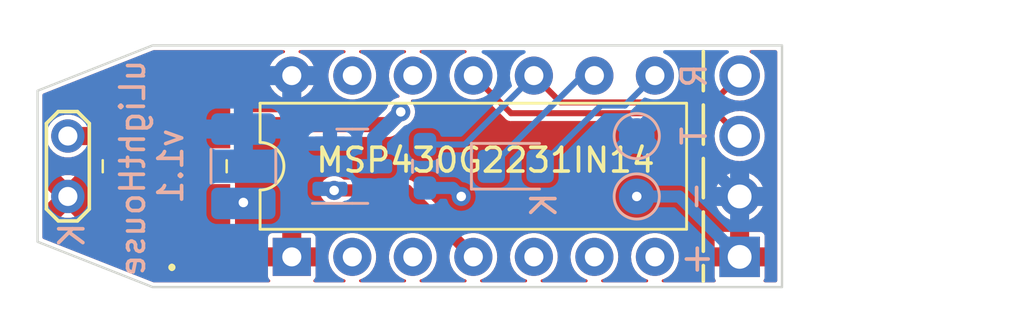
<source format=kicad_pcb>
(kicad_pcb (version 20221018) (generator pcbnew)
  (layers (0 "F.Cu" signal) (31 "B.Cu" signal) (34 "B.Paste" user) (35 "F.Paste" user) (36 "B.SilkS" user "B.Silkscreen") (37 "F.SilkS" user "F.Silkscreen") (38 "B.Mask" user) (39 "F.Mask" user) (44 "Edge.Cuts" user))
  (net 0 "")
  (net 1 "GND")
  (net 2 "Net-(D1-K)")
  (net 3 "Net-(D1-A)")
  (net 4 "Net-(D2-A)")
  (net 5 "Net-(Q1-G)")
  (net 13 "Net-(J2-Pin_3)")
  (net 14 "Net-(J2-Pin_4)")
  (net 15 "/Vcc")
  (footprint "Connector_PinHeader_2.54mm:PinHeader_1x04_P2.54mm_Vertical" (layer "F.Cu") (at 163.83 98.552 180)
    (fp_text reference "J2" hide)
    (fp_text value "Conn_01x04")
    (pad "1" thru_hole rect (at 0 0 180) (size 1.7 1.7) (drill 1) (layers "*.Cu" "*.Mask") (net 15 "/Vcc"))
    (pad "2" thru_hole oval (at 0 2.54 180) (size 1.7 1.7) (drill 1) (layers "*.Cu" "*.Mask") (net 1 "GND"))
    (pad "3" thru_hole oval (at 0 5.08 180) (size 1.7 1.7) (drill 1) (layers "*.Cu" "*.Mask") (net 13 "Net-(J2-Pin_3)"))
    (pad "4" thru_hole oval (at 0 7.62 180) (size 1.7 1.7) (drill 1) (layers "*.Cu" "*.Mask") (net 14 "Net-(J2-Pin_4)"))
  )
  (footprint "Package_DIP:DIP-14_W7.62mm" (layer "F.Cu") (at 145.034 98.552 90)
    (fp_text reference "U1" hide)
    (fp_text value "MSP430G2231IN14" (at 4.064 8.128 180) (layer "F.SilkS") (effects (font (thickness 0.153))))
    (fp_line (start 1.16 -1.33) (end 1.16 16.57) (stroke (width 0.12)) (layer "F.SilkS"))
    (fp_line (start 1.16 16.57) (end 6.46 16.57) (stroke (width 0.12)) (layer "F.SilkS"))
    (fp_line (start 2.81 -1.33) (end 1.16 -1.33) (stroke (width 0.12)) (layer "F.SilkS"))
    (fp_line (start 6.46 -1.33) (end 4.81 -1.33) (stroke (width 0.12)) (layer "F.SilkS"))
    (fp_line (start 6.46 16.57) (end 6.46 -1.33) (stroke (width 0.12)) (layer "F.SilkS"))
    (fp_arc (start 4.81 -1.33) (mid 3.81 -0.33) (end 2.81 -1.33) (stroke (width 0.12)) (layer "F.SilkS"))
    (pad "1" thru_hole rect (at 0 0 90) (size 1.6 1.6) (drill 0.8) (layers "*.Cu" "*.Mask") (net 15 "/Vcc"))
    (pad "2" thru_hole oval (at 0 2.54 90) (size 1.6 1.6) (drill 0.8) (layers "*.Cu" "*.Mask"))
    (pad "3" thru_hole oval (at 0 5.08 90) (size 1.6 1.6) (drill 0.8) (layers "*.Cu" "*.Mask"))
    (pad "4" thru_hole oval (at 0 7.62 90) (size 1.6 1.6) (drill 0.8) (layers "*.Cu" "*.Mask") (net 5 "Net-(Q1-G)"))
    (pad "5" thru_hole oval (at 0 10.16 90) (size 1.6 1.6) (drill 0.8) (layers "*.Cu" "*.Mask"))
    (pad "6" thru_hole oval (at 0 12.7 90) (size 1.6 1.6) (drill 0.8) (layers "*.Cu" "*.Mask"))
    (pad "7" thru_hole oval (at 0 15.24 90) (size 1.6 1.6) (drill 0.8) (layers "*.Cu" "*.Mask"))
    (pad "8" thru_hole oval (at 7.62 15.24 90) (size 1.6 1.6) (drill 0.8) (layers "*.Cu" "*.Mask") (net 3 "Net-(D1-A)"))
    (pad "9" thru_hole oval (at 7.62 12.7 90) (size 1.6 1.6) (drill 0.8) (layers "*.Cu" "*.Mask") (net 2 "Net-(D1-K)"))
    (pad "10" thru_hole oval (at 7.62 10.16 90) (size 1.6 1.6) (drill 0.8) (layers "*.Cu" "*.Mask") (net 14 "Net-(J2-Pin_4)"))
    (pad "11" thru_hole oval (at 7.62 7.62 90) (size 1.6 1.6) (drill 0.8) (layers "*.Cu" "*.Mask") (net 13 "Net-(J2-Pin_3)"))
    (pad "12" thru_hole oval (at 7.62 5.08 90) (size 1.6 1.6) (drill 0.8) (layers "*.Cu" "*.Mask"))
    (pad "13" thru_hole oval (at 7.62 2.54 90) (size 1.6 1.6) (drill 0.8) (layers "*.Cu" "*.Mask"))
    (pad "14" thru_hole oval (at 7.62 0 90) (size 1.6 1.6) (drill 0.8) (layers "*.Cu" "*.Mask") (net 1 "GND"))
  )
  (footprint "LIB_HM79M-20102LFTR:HM79M20102LFTR" (layer "F.Cu") (at 139.7 94.742 90)
    (fp_text reference "L1" hide)
    (fp_text value "1mH" hide)
    (fp_line (start -4.3 0.3) (end -4.3 0.3) (stroke (width 0.2)) (layer "F.SilkS"))
    (fp_line (start -4.3 0.3) (end -4.3 0.3) (stroke (width 0.2)) (layer "F.SilkS"))
    (fp_line (start -4.2 0.3) (end -4.2 0.3) (stroke (width 0.2)) (layer "F.SilkS"))
    (fp_line (start -0.25 -2.6) (end -0.25 -2.6) (stroke (width 0.1)) (layer "F.SilkS"))
    (fp_line (start -0.25 -2.6) (end 0.25 -2.6) (stroke (width 0.1)) (layer "F.SilkS"))
    (fp_line (start -0.25 2.6) (end -0.25 2.6) (stroke (width 0.1)) (layer "F.SilkS"))
    (fp_line (start -0.25 2.6) (end 0.25 2.6) (stroke (width 0.1)) (layer "F.SilkS"))
    (fp_line (start 0.25 -2.6) (end -0.25 -2.6) (stroke (width 0.1)) (layer "F.SilkS"))
    (fp_line (start 0.25 -2.6) (end 0.25 -2.6) (stroke (width 0.1)) (layer "F.SilkS"))
    (fp_line (start 0.25 2.6) (end -0.25 2.6) (stroke (width 0.1)) (layer "F.SilkS"))
    (fp_line (start 0.25 2.6) (end 0.25 2.6) (stroke (width 0.1)) (layer "F.SilkS"))
    (fp_arc (start -4.3 0.3) (mid -4.25 0.25) (end -4.2 0.3) (stroke (width 0.2)) (layer "F.SilkS"))
    (fp_arc (start -4.2 0.3) (mid -4.25 0.35) (end -4.3 0.3) (stroke (width 0.2)) (layer "F.SilkS"))
    (fp_arc (start -4.2 0.3) (mid -4.25 0.35) (end -4.3 0.3) (stroke (width 0.2)) (layer "F.SilkS"))
    (pad "1" smd rect (at -1.75 0 90) (size 2 5.5) (layers "F.Cu" "F.Paste" "F.Mask") (net 15 "/Vcc"))
    (pad "2" smd rect (at 1.75 0 90) (size 2 5.5) (layers "F.Cu" "F.Paste" "F.Mask") (net 4 "Net-(D2-A)"))
  )
  (footprint "TestPoint:TestPoint_2Pads_Pitch2.54mm_Drill0.8mm" (layer "F.Cu") (at 135.636 96.012 90)
    (fp_text reference "D2" hide)
    (fp_text value "Warm white LED")
    (fp_line (start -1.03 -0.4) (end -0.53 -0.9) (stroke (width 0.15)) (layer "F.SilkS"))
    (fp_line (start -1.03 0.4) (end -1.03 -0.4) (stroke (width 0.15)) (layer "F.SilkS"))
    (fp_line (start -0.53 -0.9) (end 3.07 -0.9) (stroke (width 0.15)) (layer "F.SilkS"))
    (fp_line (start -0.53 0.9) (end -1.03 0.4) (stroke (width 0.15)) (layer "F.SilkS"))
    (fp_line (start 3.07 -0.9) (end 3.57 -0.4) (stroke (width 0.15)) (layer "F.SilkS"))
    (fp_line (start 3.07 0.9) (end -0.53 0.9) (stroke (width 0.15)) (layer "F.SilkS"))
    (fp_line (start 3.57 -0.4) (end 3.57 0.4) (stroke (width 0.15)) (layer "F.SilkS"))
    (fp_line (start 3.57 0.4) (end 3.07 0.9) (stroke (width 0.15)) (layer "F.SilkS"))
    (pad "1" thru_hole circle (at 0 0 90) (size 1.4 1.4) (drill 0.8) (layers "*.Cu" "*.Mask") (net 15 "/Vcc"))
    (pad "2" thru_hole circle (at 2.54 0 90) (size 1.4 1.4) (drill 0.8) (layers "*.Cu" "*.Mask") (net 4 "Net-(D2-A)"))
  )
  (footprint "Package_TO_SOT_SMD:SOT-23" (layer "B.Cu") (at 147.574 94.742)
    (fp_text reference "Q1" hide)
    (fp_text value "IRLML6344")
    (fp_line (start 0 -1.56) (end -0.65 -1.56) (stroke (width 0.12)) (layer "B.SilkS"))
    (fp_line (start 0 -1.56) (end 0.65 -1.56) (stroke (width 0.12)) (layer "B.SilkS"))
    (fp_line (start 0 1.56) (end -1.675 1.56) (stroke (width 0.12)) (layer "B.SilkS"))
    (fp_line (start 0 1.56) (end 0.65 1.56) (stroke (width 0.12)) (layer "B.SilkS"))
    (pad "1" smd roundrect (at -0.9375 0.95) (size 1.475 0.6) (layers "B.Cu" "B.Paste" "B.Mask") (net 5 "Net-(Q1-G)"))
    (pad "2" smd roundrect (at -0.9375 -0.95) (size 1.475 0.6) (layers "B.Cu" "B.Paste" "B.Mask") (net 1 "GND"))
    (pad "3" smd roundrect (at 0.9375 0) (size 1.475 0.6) (layers "B.Cu" "B.Paste" "B.Mask") (net 4 "Net-(D2-A)"))
  )
  (footprint "Resistor_SMD:R_0603_1608Metric_Pad0.98x0.95mm_HandSolder" (layer "B.Cu") (at 150.622 94.742 90)
    (fp_text reference "R1" hide)
    (fp_text value "10k")
    (fp_line (start -0.254724 -0.5225) (end 0.254724 -0.5225) (stroke (width 0.12)) (layer "B.SilkS"))
    (fp_line (start -0.254724 0.5225) (end 0.254724 0.5225) (stroke (width 0.12)) (layer "B.SilkS"))
    (pad "1" smd roundrect (at -0.9125 0 90) (size 0.975 0.95) (layers "B.Cu" "B.Paste" "B.Mask") (net 15 "/Vcc"))
    (pad "2" smd roundrect (at 0.9125 0 90) (size 0.975 0.95) (layers "B.Cu" "B.Paste" "B.Mask") (net 14 "Net-(J2-Pin_4)"))
  )
  (footprint "Capacitor_SMD:C_1210_3225Metric_Pad1.33x2.70mm_HandSolder" (layer "B.Cu") (at 143.002 94.742 90)
    (fp_text reference "C1" hide)
    (fp_text value "47uF")
    (fp_line (start -0.711252 -1.36) (end 0.711252 -1.36) (stroke (width 0.12)) (layer "B.SilkS"))
    (fp_line (start -0.711252 1.36) (end 0.711252 1.36) (stroke (width 0.12)) (layer "B.SilkS"))
    (pad "1" smd roundrect (at -1.5625 0 90) (size 1.325 2.7) (layers "B.Cu" "B.Paste" "B.Mask") (roundrect_rratio 0.1886792453) (net 15 "/Vcc"))
    (pad "2" smd roundrect (at 1.5625 0 90) (size 1.325 2.7) (layers "B.Cu" "B.Paste" "B.Mask") (roundrect_rratio 0.1886792453) (net 1 "GND"))
  )
  (footprint "LED_SMD:LED_0805_2012Metric_Pad1.15x1.40mm_HandSolder" (layer "B.Cu") (at 154.432 94.742)
    (fp_text reference "D1" hide)
    (fp_text value "Orange LED")
    (fp_line (start -1.86 -0.96) (end 1 -0.96) (stroke (width 0.12)) (layer "B.SilkS"))
    (fp_line (start -1.86 0.96) (end -1.86 -0.96) (stroke (width 0.12)) (layer "B.SilkS"))
    (fp_line (start 1 0.96) (end -1.86 0.96) (stroke (width 0.12)) (layer "B.SilkS"))
    (pad "1" smd roundrect (at -1.025 0) (size 1.15 1.4) (layers "B.Cu" "B.Paste" "B.Mask") (roundrect_rratio 0.2173913043) (net 2 "Net-(D1-K)"))
    (pad "2" smd roundrect (at 1.025 0) (size 1.15 1.4) (layers "B.Cu" "B.Paste" "B.Mask") (roundrect_rratio 0.2173913043) (net 3 "Net-(D1-A)"))
  )
  (footprint "TestPoint:TestPoint_Pad_D1.5mm" (layer "B.Cu") (at 159.512 93.472)
    (fp_text reference "J3" hide)
    (fp_text value "GND")
    (fp_circle (center 0 0) (end 0 -0.95) (stroke (width 0.12)) (fill none) (layer "B.SilkS"))
    (pad "1" smd circle (at 0 0) (size 1.5 1.5) (layers "B.Cu" "B.Mask") (net 1 "GND"))
  )
  (footprint "TestPoint:TestPoint_Pad_D1.5mm" (layer "B.Cu") (at 159.512 96.012)
    (fp_text reference "J1" hide)
    (fp_text value "VCC")
    (fp_circle (center 0 0) (end 0 -0.95) (stroke (width 0.12)) (fill none) (layer "B.SilkS"))
    (pad "1" smd circle (at 0 0) (size 1.5 1.5) (layers "B.Cu" "B.Mask") (net 15 "/Vcc"))
  )
  (gr_line (start 162.306 89.916) (end 162.306 99.568) (stroke (width 0.15) (type dash)) (layer "F.SilkS"))
  (gr_poly (pts (xy 165.608 99.822) (xy 139.192 99.822) (xy 134.366 97.917) (xy 134.366 91.567) (xy 139.192 89.662) (xy 165.608 89.662)) (stroke (width 0.1)) (fill none) (layer "Edge.Cuts"))
  (gr_text "K" (at 136.398 97.028 90) (layer "B.SilkS") (effects (font (size 1.016 1.016) (thickness 0.153)) (justify left bottom mirror)))
  (gr_text "+" (at 162.052 98.552) (layer "B.SilkS") (effects (font (size 1.2 1.2) (thickness 0.153))))
  (gr_text "R" (at 161.925 90.932 90) (layer "B.SilkS") (effects (font (size 1 1) (thickness 0.153)) (justify mirror)))
  (gr_text "T" (at 161.925 93.472 90) (layer "B.SilkS") (effects (font (size 1 1) (thickness 0.153))))
  (gr_text "-" (at 161.9504 96.012 90) (layer "B.SilkS") (effects (font (size 1 1) (thickness 0.153))))
  (gr_text "uLightHouse" (at 138.938 90.17 90) (layer "B.SilkS") (effects (font (size 1 1) (thickness 0.153)) (justify left bottom mirror)))
  (gr_text "K" (at 156.21 95.758 90) (layer "B.SilkS") (effects (font (size 1.016 1.016) (thickness 0.153)) (justify left bottom mirror)))
  (gr_text "v1.1" (at 139.954 94.742 90) (layer "B.SilkS") (effects (font (size 1 1) (thickness 0.153)) (justify mirror)))
  (segment (start 162.052 94.234) (end 163.83 96.012) (width 0.508) (layer "B.Cu") (net 1))
  (segment (start 159.512 93.1795) (end 160.5665 94.234) (width 0.508) (layer "B.Cu") (net 1))
  (segment (start 160.5665 94.234) (end 162.052 94.234) (width 0.508) (layer "B.Cu") (net 1))
  (segment (start 157.217 90.932) (end 157.734 90.932) (width 0.254) (layer "B.Cu") (net 2))
  (segment (start 153.407 94.742) (end 157.217 90.932) (width 0.254) (layer "B.Cu") (net 2))
  (segment (start 158.009 92.19) (end 159.016 92.19) (width 0.254) (layer "B.Cu") (net 3))
  (segment (start 155.457 94.742) (end 158.009 92.19) (width 0.254) (layer "B.Cu") (net 3))
  (segment (start 159.016 92.19) (end 160.274 90.932) (width 0.254) (layer "B.Cu") (net 3))
  (segment (start 135.636 93.472) (end 139.22 93.472) (width 0.762) (layer "F.Cu") (net 4))
  (segment (start 149.07 92.992) (end 139.7 92.992) (width 0.635) (layer "F.Cu") (net 4))
  (segment (start 139.22 93.472) (end 139.7 92.992) (width 0.762) (layer "F.Cu") (net 4))
  (segment (start 149.606 92.456) (end 149.07 92.992) (width 0.635) (layer "F.Cu") (net 4))
  (via (at 149.606 92.456) (size 0.8) (drill 0.4) (layers "F.Cu" "B.Cu") (net 4))
  (segment (start 148.5115 93.5505) (end 149.606 92.456) (width 0.635) (layer "B.Cu") (net 4))
  (segment (start 148.5115 94.742) (end 148.5115 93.5505) (width 0.635) (layer "B.Cu") (net 4))
  (segment (start 148.5115 94.742) (end 148.082 94.742) (width 0.254) (layer "B.Cu") (net 4))
  (segment (start 152.654 98.552) (end 149.86 95.758) (width 0.508) (layer "F.Cu") (net 5))
  (segment (start 149.86 95.758) (end 146.812 95.758) (width 0.508) (layer "F.Cu") (net 5))
  (via (at 146.812 95.758) (size 0.8) (drill 0.4) (layers "F.Cu" "B.Cu") (net 5))
  (segment (start 162.871 92.513) (end 154.235 92.513) (width 0.254) (layer "F.Cu") (net 13))
  (segment (start 154.235 92.513) (end 152.654 90.932) (width 0.254) (layer "F.Cu") (net 13))
  (segment (start 163.83 93.472) (end 162.871 92.513) (width 0.254) (layer "F.Cu") (net 13))
  (segment (start 156.321 92.059) (end 155.194 90.932) (width 0.254) (layer "F.Cu") (net 14))
  (segment (start 162.703 92.059) (end 156.321 92.059) (width 0.254) (layer "F.Cu") (net 14))
  (segment (start 163.83 90.932) (end 162.703 92.059) (width 0.254) (layer "F.Cu") (net 14))
  (segment (start 150.622 93.8295) (end 152.2965 93.8295) (width 0.254) (layer "B.Cu") (net 14))
  (segment (start 152.2965 93.8295) (end 155.194 90.932) (width 0.254) (layer "B.Cu") (net 14))
  (segment (start 139.926 96.266) (end 139.7 96.492) (width 0.508) (layer "F.Cu") (net 15))
  (segment (start 135.636 96.012) (end 139.22 96.012) (width 0.762) (layer "F.Cu") (net 15))
  (segment (start 143.002 96.266) (end 139.926 96.266) (width 0.508) (layer "F.Cu") (net 15))
  (segment (start 139.22 96.012) (end 139.7 96.492) (width 0.762) (layer "F.Cu") (net 15))
  (via (at 143.002 96.266) (size 0.8) (drill 0.4) (layers "F.Cu" "B.Cu") (net 15))
  (via (at 159.512 96.012) (size 0.8) (drill 0.4) (layers "F.Cu" "B.Cu") (net 15))
  (via (at 152.146 96.012) (size 0.8) (drill 0.4) (layers "F.Cu" "B.Cu") (net 15))
  (segment (start 159.512 96.3045) (end 159.512 96.3045) (width 0.508) (layer "B.Cu") (net 15))
  (segment (start 159.512 96.3045) (end 159.512 96.012) (width 0.508) (layer "B.Cu") (net 15))
  (segment (start 159.8045 96.012) (end 161.29 96.012) (width 0.508) (layer "B.Cu") (net 15))
  (segment (start 143.002 96.3045) (end 143.002 96.266) (width 0.508) (layer "B.Cu") (net 15))
  (segment (start 159.8045 96.012) (end 159.8045 96.012) (width 0.508) (layer "B.Cu") (net 15))
  (segment (start 150.622 95.6545) (end 151.7885 95.6545) (width 0.508) (layer "B.Cu") (net 15))
  (segment (start 161.29 96.012) (end 163.83 98.552) (width 0.508) (layer "B.Cu") (net 15))
  (segment (start 159.512 96.012) (end 159.8045 96.012) (width 0.508) (layer "B.Cu") (net 15))
  (segment (start 151.7885 95.6545) (end 152.146 96.012) (width 0.508) (layer "B.Cu") (net 15))
  (zone (net 15) (net_name "/Vcc") (layer "F.Cu") (name "Vcc") (connect_pads (clearance 0.127)) (min_thickness 0.127) (fill yes (thermal_gap 0.2) (thermal_bridge_width 0.8) (smoothing chamfer))
    (polygon (pts (xy 133.096 101.092) (xy 133.096 87.757) (xy 174.244 87.757) (xy 174.244 101.092)))
  )
  (zone (net 1) (net_name "GND") (layer "B.Cu") (name "GND") (connect_pads (clearance 0.127)) (min_thickness 0.15) (fill yes (thermal_gap 0.2) (thermal_bridge_width 0.8) (smoothing fillet))
    (polygon (pts (xy 133.096 101.092) (xy 133.096 87.757) (xy 175.768 87.757) (xy 175.768 101.092)))
  )
)
</source>
